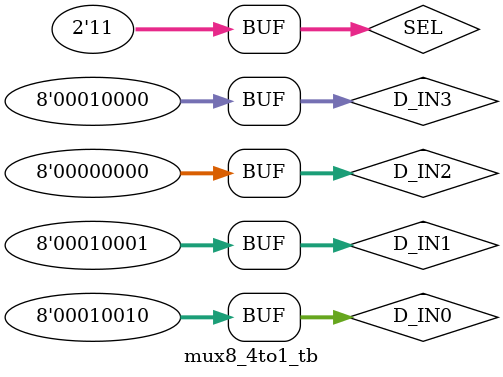
<source format=v>

module mux8_4to1(SEL, D_IN0, D_IN1, D_IN2, D_IN3, D_OUT);
   input [1:0]   SEL;
   input [7:0]  D_IN0;
   input [7:0]  D_IN1;
   input [7:0]  D_IN2;
   input [7:0]  D_IN3;
   output [7:0] D_OUT;

   //********* The first design method ****************
   reg [7:0] D_OUT;

   always @(SEL,D_IN0,D_IN1,D_IN2,D_IN3) begin
      case (SEL)
         2'b00: D_OUT <= D_IN0;
         2'b01: D_OUT <= D_IN1; 
         2'b10: D_OUT <= D_IN2;
         2'b11: D_OUT <= D_IN3;
         default: D_OUT <= 0; 
      endcase
   end   

   //********** the second design method ***************
   // wire [15:0] D_OUT0,D_OUT1;
   // mux16_2to1 U_4to1_sel01(.SEL(SEL[0]), .D_IN0(D_IN0) , .D_IN1(D_IN1) , .D_OUT(D_OUT0));
   // mux16_2to1 U_4to1_sel23(.SEL(SEL[0]), .D_IN0(D_IN2) , .D_IN1(D_IN3) , .D_OUT(D_OUT1));
   // mux16_2to1 U_4to1_sel  (.SEL(SEL[1]), .D_IN0(D_OUT0), .D_IN1(D_OUT1), .D_OUT(D_OUT));   

   //********** the third design method ****************
   // assign D_OUT = SEL[0] ? (SEL[1] ? D_IN3 : D_IN1) :  (SEL[1] ? D_IN2 : D_IN0) ;

endmodule

module  mux8_4to1_tb;
   reg [7:0]  D_IN0,D_IN1,D_IN2,D_IN3;   // input
   reg [ 1:0]  SEL;
   wire[7:0]  D_OUT;  // output
   
   //instantiation
   mux8_4to1 U_mux8_4to1(.SEL(SEL),
                           .D_IN0(D_IN0),
                           .D_IN1(D_IN1),
                           .D_IN2(D_IN2),
                           .D_IN3(D_IN3),
                           .D_OUT(D_OUT)); 
   initial begin
      $monitor("SEL = %h , D_IN0 = %h ,D_IN1 = %h ,D_IN2 = %h ,D_IN3 = %h ,D_OUT = %h",SEL,D_IN0,D_IN1,D_IN2,D_IN3,D_OUT);
      D_IN0 = 8'h12;
      D_IN1 = 8'h11;
      D_IN2 = 8'h00;
      D_IN3 = 8'h10;

      #10 SEL = 2'b00;
      #10 SEL = 2'b01;
      #10 SEL = 2'b10;
      #10 SEL = 2'b11;
   end
endmodule
</source>
